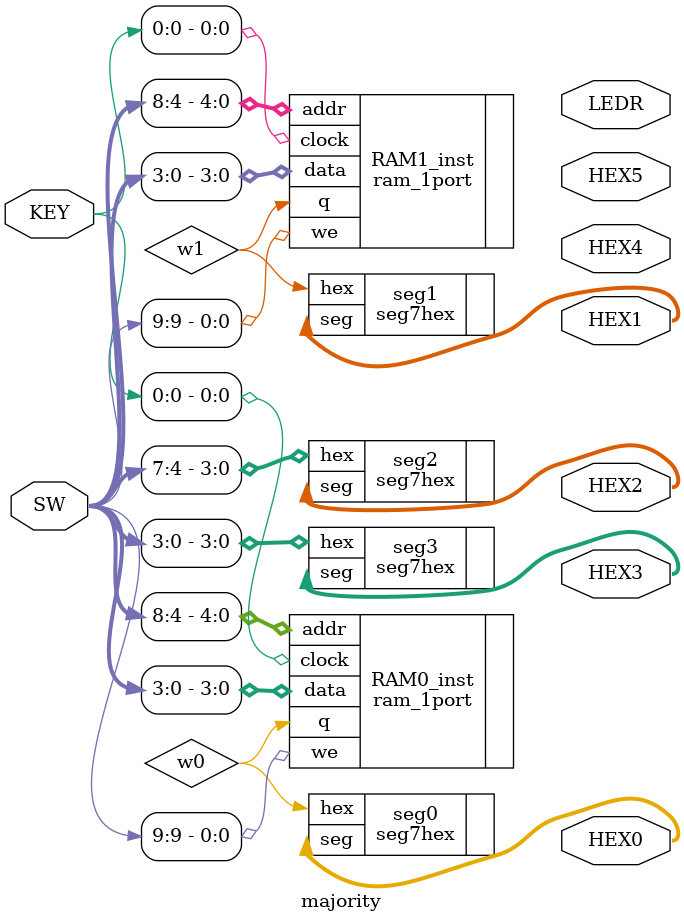
<source format=v>


module majority(

	//////////// SEG7 //////////
	output		     [7:0]		HEX0,
	output		     [7:0]		HEX1,
	output		     [7:0]		HEX2,
	output		     [7:0]		HEX3,
	output		     [7:0]		HEX4,
	output		     [7:0]		HEX5,

	//////////// KEY //////////
	input 		     [1:0]		KEY,

	//////////// LED //////////
	output		     [9:0]		LEDR,


	//////////// SW //////////
	input 		     [9:0]		SW
);



//=======================================================
//  REG/WIRE declarations
//=======================================================




//=======================================================
//  Structural coding
//=======================================================


		ram_1port RAM0_inst (
        .data(SW [3:0]),
        .addr(SW [8:4]),
        .we(SW[9]),
        .clock(KEY[0]),
        .q(w0)
    );
	 wire w1, w0;
	 	ram_1port RAM1_inst (
        .data(SW [3:0]),
        .addr(SW [8:4]),
        .we(SW[9]),
        .clock(KEY[0]),
        .q(w1)
		  );
		seg7hex seg0 (.hex(w0), .seg(HEX0[7:0]));
		seg7hex seg1 (.hex(w1), .seg(HEX1[7:0]));
		seg7hex seg2 (.hex(SW[7:4]), .seg(HEX2[7:0]));
		seg7hex seg3 (.hex(SW[3:0]), .seg(HEX3[7:0]));
	
//assign LEDR[3:0] = w1&SW[8] + w0&~SW[8];
		  
//if (SW[8]== 1) LEDR[3:0] = w1;


//else assign LEDR[3:0] = w2;	
  // wire [3:0] data_out;
   //reg word_enable;
//	reg clock;
	//assign LEDR[7:4] = SW[7:4];

 //   always @(posedge KEY[0])
//	 begin
  //     clock <= ~clock;
	// end

	// assign LEDR[7:0] = data_out;
 
endmodule

</source>
